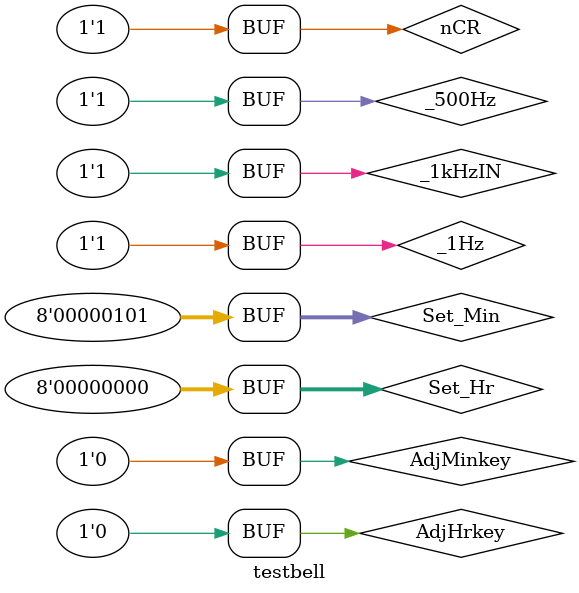
<source format=v>
`timescale 1us/1us
module testbell;
	reg [7:0] Set_Hr, Set_Min; //设定的闹铃时间(BCD码)
	reg  _1kHzIN, _500Hz, _1Hz; //定义输入端口变量
	//reg Set_Hr, Set_Min; //设定闹钟小时、分钟的输入键
	//reg CtrlBell; //控制闹钟的声音是否输出的按键 
	reg nCR, AdjMinkey, AdjHrkey;	
	wire  ALARM_Clock;   //定义输出端口变量
	BELL UB(ALARM_Clock, Set_Hr, Set_Min,_1kHzIN, _500Hz, _1Hz,nCR, AdjMinkey,AdjHrkey);
	initial
	begin
	AdjMinkey=1'b0;
	AdjHrkey=1'b0;
	Set_Hr=8'h00;
	Set_Min=8'h05;
	//CtrlBell=1'b1;
	end
	initial
	begin
	nCR=1'b0;
	#1 nCR=1'b1;
	end
	always
	begin
		_1Hz=1'b0;
		_1Hz=#500000 1'b1;
		#500000;
	end
	always
	begin
		_1kHzIN=1'b0;
		_1kHzIN=#500 1'b1;
		#500;
	end
	always
	begin
		_500Hz=1'b0;
		_500Hz=#1000 1'b1;
		#1000;
	end
endmodule
</source>
